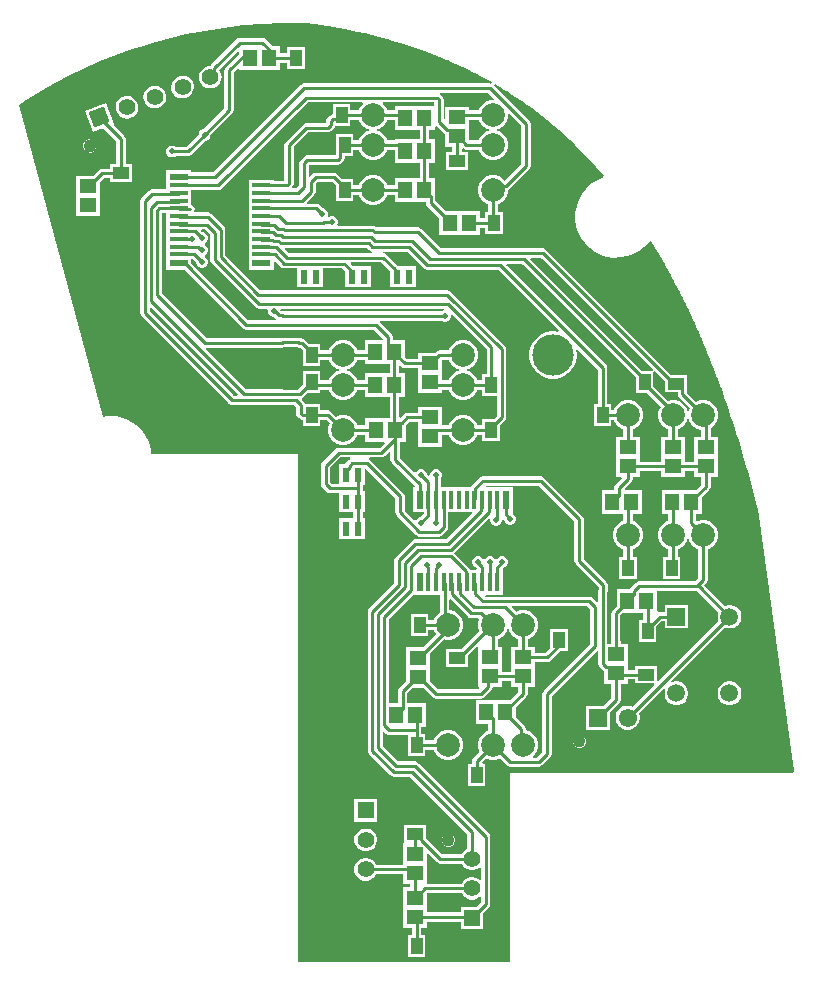
<source format=gbr>
%FSTAX23Y23*%
%MOMM*%
%SFA1B1*%

%IPPOS*%
%AMD23*
4,1,4,0.894080,-0.416560,0.416560,0.894080,-0.894080,0.416560,-0.416560,-0.894080,0.894080,-0.416560,0.0*
%
%ADD10R,0.599999X1.599997*%
%ADD11R,0.399999X1.599997*%
%ADD12R,0.634999X1.269997*%
%ADD13R,1.599997X0.599999*%
%ADD14R,1.599997X0.399999*%
%ADD15R,1.456197X1.304637*%
%ADD16R,0.999998X1.349997*%
%ADD17R,1.304637X1.456197*%
%ADD18R,1.349997X0.999998*%
%ADD19C,0.253999*%
%ADD20C,1.999996*%
%ADD21C,1.099998*%
%ADD22C,1.399997*%
G04~CAMADD=23~10~0.0~551.2~0.0~0.0~0.0~0.0~0~0.0~0.0~0.0~0.0~0~0.0~0.0~0.0~0.0~0~0.0~0.0~0.0~290.0~551.2~0.0*
%ADD23D23*%
%ADD24R,1.399997X1.399997*%
%ADD25C,3.499993*%
%ADD26R,1.499997X1.499997*%
%ADD27C,1.499997*%
%ADD28C,1.549997*%
%ADD29R,1.549997X1.549997*%
%ADD30C,0.499999*%
%LNthrottlerlidpcb_copper_signal_top-1*%
%LPD*%
G36*
X-34871Y53475D02*
D01*
X-34803Y53475*
X-34037Y53471*
X-3333Y53467*
X-33318Y53465*
X-33309Y53465*
X-33301Y53464*
X-33292Y53463*
X-33284Y53462*
X-33266Y5346*
X-33258Y53459*
X-33249Y53458*
X-3324Y53457*
X-33231Y53455*
X-33221Y53454*
X-33203Y53452*
X-33184Y5345*
X-33164Y53448*
X-33155Y53446*
X-33135Y53444*
X-33114Y53442*
X-33099Y5344*
X-33083Y53438*
X-33068Y53436*
X-33052Y53434*
X-33036Y53432*
X-33019Y5343*
X-33003Y53428*
X-32986Y53426*
X-32969Y53423*
X-32952Y53421*
X-32935Y53419*
X-32917Y53417*
X-329Y53414*
X-32882Y53412*
X-32864Y5341*
X-32846Y53407*
X-32827Y53405*
X-32802Y53402*
X-32777Y53398*
X-32752Y53395*
X-32726Y53391*
X-327Y53388*
X-32673Y53384*
X-32647Y5338*
X-3262Y53377*
X-32592Y53373*
X-32565Y53369*
X-3253Y53364*
X-32494Y53359*
X-32458Y53354*
X-32422Y53348*
X-32385Y53343*
X-32347Y53337*
X-32309Y53332*
X-32263Y53325*
X-32217Y53318*
X-32169Y53311*
X-32121Y53303*
X-32072Y53296*
X-32015Y53287*
X-31956Y53277*
X-31897Y53268*
X-31836Y53258*
X-31766Y53247*
X-31695Y53235*
X-31614Y53222*
X-31531Y53208*
X-31438Y53192*
X-31343Y53176*
X-31236Y53157*
X-31118Y53136*
X-30987Y53112*
X-30843Y53086*
X-30686Y53056*
X-30503Y53021*
X-30283Y52978*
X-3Y52921*
X-29589Y52835*
X-29277Y52768*
X-28654Y52626*
X-28033Y52475*
X-27414Y52316*
X-27106Y52232*
X-26666Y52111*
X-26292Y52003*
X-25956Y51904*
X-25645Y5181*
X-25347Y51717*
X-25062Y51626*
X-24789Y51538*
X-2453Y51451*
X-24285Y51368*
X-24038Y51283*
X-23806Y51201*
X-23573Y51117*
X-23354Y51037*
X-23135Y50955*
X-22916Y50871*
X-22711Y50792*
X-22506Y50712*
X-223Y5063*
X-22095Y50546*
X-21904Y50468*
X-21714Y50388*
X-21586Y50334*
X-21365Y50239*
X-21152Y50146*
X-20944Y50054*
X-20741Y49962*
X-20543Y49871*
X-2035Y49781*
X-20161Y49692*
X-19973Y49602*
X-1979Y49513*
X-1961Y49423*
X-19553Y49395*
X-19126Y49178*
X-18692Y48949*
X-18225Y48695*
X-17875Y48498*
X-1792Y48377*
X-18005Y48394*
X-33782*
X-3393Y48364*
X-34056Y4828*
X-41443Y40893*
X-43339*
Y41058*
X-45447*
Y3995*
Y39424*
X-46667*
X-46815Y39394*
X-46941Y3931*
X-47518Y38733*
X-47602Y38607*
X-47632Y38459*
Y28956*
X-47602Y28807*
X-47518Y28681*
X-40112Y21275*
X-39986Y21191*
X-39837Y21161*
X-34613*
X-34443Y20991*
Y20468*
X-34413Y2032*
X-34329Y20194*
X-3418Y20045*
X-34054Y19961*
X-33906Y19931*
X-33889*
Y1939*
X-32381*
Y19931*
X-3191*
X-31599Y19619*
X-31648Y19533*
X-31733Y19215*
Y18884*
X-31648Y18565*
X-31483Y1828*
X-31249Y18046*
X-30963Y17881*
X-30645Y17795*
X-30314*
X-29995Y17881*
X-2971Y18046*
X-29476Y1828*
X-29311Y18565*
X-29285Y18661*
X-28592*
Y18067*
X-26992*
X-26944Y1795*
X-27381Y17513*
X-30848*
X-30997Y17483*
X-31123Y17399*
X-32215Y16307*
X-32299Y16181*
X-32328Y16032*
Y14447*
X-32299Y14298*
X-32215Y14172*
X-31864Y13822*
X-31738Y13738*
X-3159Y13708*
X-30797*
Y12065*
X-29598*
Y11557*
X-30797*
Y09779*
X-28638*
Y11557*
X-28821*
Y12065*
X-28638*
Y13843*
X-28821*
Y14351*
X-28638*
Y15717*
X-28511Y1577*
X-26042Y13301*
Y12061*
X-26012Y11912*
X-25928Y11786*
X-24281Y10139*
X-24155Y10055*
X-24006Y10025*
X-22352*
X-22203Y10055*
X-22077Y10139*
X-2167Y10546*
X-21586Y10672*
X-21556Y1082*
Y12097*
X-19575*
X-19526Y1198*
X-21721Y09786*
X-24384*
X-24532Y09756*
X-24658Y09672*
X-26007Y08323*
X-26091Y08197*
X-26121Y08048*
Y0609*
X-28275Y03936*
X-28359Y0381*
X-28389Y03661*
Y-08097*
X-28359Y-08245*
X-28275Y-08371*
X-26466Y-1018*
X-2634Y-10264*
X-26192Y-10294*
X-24798*
X-19946Y-15146*
Y-16394*
X-20143Y-16508*
X-20321Y-16686*
X-20435Y-16883*
X-22075*
X-23447Y-15511*
Y-15496*
X-23454Y-15459*
Y-14369*
X-25312*
Y-15877*
X-25366Y-1598*
Y-17765*
X-2768*
X-27794Y-17567*
X-27972Y-1739*
X-28189Y-17264*
X-28432Y-17199*
X-28683*
X-28926Y-17264*
X-29143Y-1739*
X-29321Y-17567*
X-29446Y-17785*
X-29511Y-18028*
Y-18279*
X-29446Y-18521*
X-29321Y-18739*
X-29143Y-18917*
X-28926Y-19042*
X-28683Y-19107*
X-28432*
X-28189Y-19042*
X-27972Y-18917*
X-27794Y-18739*
X-2768Y-18542*
X-25366*
Y-19404*
X-24772*
Y-19667*
X-25366*
Y-2148*
Y-23091*
X-24634*
Y-23708*
X-24999*
Y-25566*
X-23491*
Y-23708*
X-23857*
Y-23091*
X-23401*
Y-22574*
X-20511*
Y-23225*
X-18603*
Y-21867*
X-18126Y-21389*
X-18042Y-21263*
X-18012Y-21114*
Y-15388*
X-18042Y-1524*
X-18126Y-15114*
X-24117Y-09123*
X-24243Y-09039*
X-24391Y-09009*
X-2582*
X-27104Y-07725*
Y-06561*
X-26987Y-06513*
X-26828Y-06671*
X-26702Y-06755*
X-26553Y-06785*
X-24999*
Y-08548*
X-23491*
Y-08008*
X-22784*
X-22758Y-08103*
X-22593Y-08389*
X-22359Y-08623*
X-22073Y-08788*
X-21755Y-08873*
X-21424*
X-21105Y-08788*
X-2082Y-08623*
X-20586Y-08389*
X-20421Y-08103*
X-20335Y-07785*
Y-07454*
X-20421Y-07135*
X-20586Y-0685*
X-2082Y-06616*
X-21105Y-06451*
X-21424Y-06365*
X-21755*
X-22073Y-06451*
X-22359Y-06616*
X-22593Y-0685*
X-22758Y-07135*
X-22784Y-07231*
X-23491*
Y-0669*
X-23857*
Y-06062*
X-23433*
Y-04097*
X-25037*
Y-03247*
X-24562Y-02771*
X-23697*
X-22892Y-03576*
X-22766Y-0366*
X-22617Y-0369*
X-18796*
X-18647Y-0366*
X-18521Y-03576*
X-17925Y-0298*
X-17841Y-02854*
X-17816Y-02728*
X-17051*
Y-0221*
X-16222*
Y-02728*
X-15628*
Y-03109*
X-16363Y-03843*
X-19238*
Y-05808*
X-18194*
Y-06432*
X-18263Y-06451*
X-18549Y-06616*
X-18783Y-0685*
X-18948Y-07135*
X-19033Y-07454*
Y-07785*
X-18948Y-08103*
X-18899Y-08189*
X-1944Y-08731*
X-19524Y-08857*
X-19554Y-09005*
Y-0923*
X-19919*
Y-11088*
X-18411*
Y-0923*
X-18662*
X-18714Y-09103*
X-18349Y-08739*
X-18263Y-08788*
X-17945Y-08873*
X-17614*
X-17295Y-08788*
X-1721Y-08739*
X-16597Y-09351*
X-16471Y-09435*
X-16322Y-09465*
X-13902*
X-13754Y-09435*
X-13628Y-09351*
X-12933Y-08656*
X-12849Y-0853*
X-12819Y-08382*
Y-03462*
X-0899Y00366*
X-08863Y00313*
Y-00766*
X-08833Y-00915*
X-08749Y-01041*
X-08473Y-01317*
X-08348Y-01401*
Y-02474*
X-07754*
Y-03652*
X-0839Y-04287*
X-09898*
Y-06345*
X-0784*
Y-04837*
X-07091Y-04087*
X-07007Y-03961*
X-06977Y-03812*
Y-02474*
X-06383*
Y-0205*
X-05754*
Y-02415*
X-04157*
X-04109Y-02533*
X-05948Y-04372*
X-05972Y-04358*
X-06234Y-04287*
X-06505*
X-06767Y-04358*
X-07001Y-04493*
X-07193Y-04685*
X-07328Y-04919*
X-07398Y-05181*
Y-05452*
X-07328Y-05714*
X-07193Y-05948*
X-07001Y-0614*
X-06767Y-06275*
X-06505Y-06345*
X-06234*
X-05972Y-06275*
X-05738Y-0614*
X-05546Y-05948*
X-05411Y-05714*
X-0534Y-05452*
Y-05181*
X-05408Y-0493*
X-03308Y-02831*
X-03194Y-02897*
X-03253Y-03117*
Y-03382*
X-03185Y-03637*
X-03053Y-03866*
X-02866Y-04053*
X-02637Y-04185*
X-02382Y-04253*
X-02117*
X-01862Y-04185*
X-01633Y-04053*
X-01446Y-03866*
X-01314Y-03637*
X-01245Y-03382*
Y-03117*
X-01314Y-02862*
X-01446Y-02633*
X-01633Y-02446*
X-01862Y-02314*
X-02117Y-02245*
X-02382*
X-02602Y-02305*
X-02668Y-02191*
X01846Y02323*
X01862Y02314*
X02117Y02245*
X02382*
X02637Y02314*
X02866Y02446*
X03053Y02633*
X03185Y02862*
X03253Y03117*
Y03382*
X03185Y03637*
X03053Y03866*
X02866Y04053*
X02637Y04185*
X02382Y04253*
X02117*
X01863Y04185*
X00124Y05924*
X00274Y06075*
X00358Y06201*
X00388Y0635*
Y08965*
X00483Y08991*
X00769Y09156*
X01003Y0939*
X01168Y09675*
X01253Y09994*
Y10325*
X01168Y10643*
X01003Y10929*
X00769Y11163*
X00483Y11328*
X00165Y11413*
X-00165*
X-00456Y11335*
X-00538Y11376*
X-00583Y11417*
Y11971*
X-00065*
Y13386*
X00528Y13981*
X00612Y14107*
X00642Y14255*
Y15051*
X01236*
Y16663*
Y18476*
X00642*
Y19242*
X00769Y19316*
X01003Y1955*
X01168Y19835*
X01253Y20154*
Y20485*
X01168Y20803*
X01003Y21089*
X00769Y21323*
X00483Y21488*
X00165Y21573*
X-00165*
X-00483Y21488*
X-00569Y21439*
X-01349Y22218*
Y22602*
X-01356Y2264*
Y23729*
X-02665*
X-13246Y3431*
X-13372Y34394*
X-1352Y34424*
X-22191*
X-23855Y36088*
X-23981Y36172*
X-2413Y36202*
X-27655*
X-27673Y36219*
X-27799Y36303*
X-27947Y36333*
X-30875*
X-3096Y3646*
X-30926Y3654*
Y36741*
X-31003Y36926*
X-31145Y37068*
X-3133Y37145*
X-31531*
X-3168Y37083*
X-31782Y37167*
X-31782Y37167*
X-31753Y37237*
Y37438*
X-3183Y37623*
X-31972Y37765*
X-32157Y37841*
X-32212*
X-3245Y38079*
X-32576Y38163*
X-32724Y38193*
X-33481*
X-33529Y3831*
X-32889Y38951*
X-32804Y39077*
X-32775Y39226*
Y399*
X-32638Y40037*
X-31383*
X-31095Y39749*
Y3844*
X-29587*
Y38981*
X-29134*
X-29108Y38885*
X-28943Y386*
X-28709Y38366*
X-28423Y38201*
X-28105Y38115*
X-27774*
X-27455Y38201*
X-2717Y38366*
X-26936Y386*
X-26771Y38885*
X-26745Y38981*
X-26096*
Y38387*
X-23441*
Y38281*
X-23411Y38132*
X-23327Y38006*
X-22329Y37008*
Y35593*
X-18905*
Y36187*
X-18417*
Y35646*
X-16909*
Y37504*
X-17391*
Y38175*
X-17295Y38201*
X-1701Y38366*
X-16776Y386*
X-16611Y38885*
X-16525Y39204*
Y39351*
X-16409Y39429*
X-14711Y41127*
X-14627Y41253*
X-14597Y41402*
Y44986*
X-14627Y45135*
X-14711Y45261*
X-17705Y48255*
X-17627Y48357*
X-17625Y48355*
X-17473Y48267*
X-17322Y48178*
X-17172Y48088*
X-17001Y47985*
X-16809Y47868*
X-16619Y47749*
X-16429Y4763*
X-16334Y47569*
X-16126Y47436*
X-15714Y47164*
X-15305Y46886*
X-14901Y46602*
X-14701Y46457*
X-1448Y46298*
X-14044Y45971*
X-13614Y45638*
X-13188Y45298*
X-12978Y45124*
X-12899Y45058*
X-1274Y44925*
X-12581Y44791*
X-12439Y4467*
X-12345Y44589*
X-12252Y44507*
X-12163Y4443*
X-12042Y44323*
X-11922Y44216*
X-11862Y44162*
X-11469Y43803*
X-11123Y43477*
X-1082Y43185*
X-10542Y42911*
X-10285Y42653*
X-10051Y42413*
X-09829Y4218*
X-09618Y41957*
X-09418Y41741*
X-0923Y41535*
X-09051Y41337*
X-08884Y41149*
X-08718Y40959*
X-08561Y40779*
X-08535Y40749*
X-08403Y40595*
X-08429Y40451*
X-08578Y404*
X-09078Y40158*
X-09533Y39841*
X-09932Y39455*
X-10265Y39011*
X-10524Y3852*
X-10702Y37994*
X-10795Y37447*
X-108Y36892*
X-10717Y36343*
X-10548Y35814*
X-10298Y35318*
X-09972Y34869*
X-0958Y34476*
X-0913Y3415*
X-08635Y339*
X-08106Y33731*
X-07557Y33647*
X-07002Y33652*
X-06455Y33744*
X-05929Y33922*
X-05438Y3418*
X-04993Y34513*
X-04608Y34912*
X-04522Y35025*
X-04368Y35018*
X-04298Y34905*
X-04162Y34684*
X-04028Y34462*
X-03895Y34239*
X-03762Y34016*
X-03631Y33791*
X-035Y33566*
X-03371Y33341*
X-03237Y33106*
X-03105Y3287*
X-02974Y32633*
X-02843Y32396*
X-02714Y32158*
X-02586Y3192*
X-02459Y3168*
X-02333Y31441*
X-02207Y312*
X-02079Y3095*
X-01951Y30699*
X-01825Y30448*
X-01699Y30196*
X-01575Y29944*
X-01452Y29691*
X-01329Y29437*
X-01204Y29174*
X-0108Y2891*
X-00957Y28646*
X-00835Y28382*
X-00714Y28116*
X-00594Y27851*
X-00471Y27576*
X-0035Y273*
X-00229Y27024*
X-0011Y26747*
X00011Y26461*
X00116Y26212*
X00238Y25918*
X00354Y25638*
X00469Y25356*
X00583Y25074*
X00695Y24791*
X00807Y24508*
X00918Y24224*
X01028Y23939*
X01137Y23654*
X01244Y23368*
X01351Y23081*
X01462Y22781*
X01572Y22479*
X01681Y22178*
X01789Y21875*
X01896Y21572*
X02001Y21268*
X02106Y20964*
X0221Y2066*
X02313Y20355*
X02414Y20049*
X02515Y19743*
X02615Y19436*
X02713Y19129*
X02811Y18822*
X02912Y185*
X03012Y18178*
X03111Y17855*
X03209Y17532*
X03306Y17209*
X03402Y16885*
X03497Y16561*
X03591Y16236*
X03683Y15911*
X03775Y15586*
X0387Y15247*
X03964Y14907*
X04056Y14567*
X04147Y14226*
X04238Y13886*
X04327Y13545*
X04415Y13204*
X04503Y12863*
X04589Y12521*
X04639Y12322*
X07701Y-09864*
X07618Y-09959*
X-163*
Y-25959*
X-343*
Y17039*
X-46701*
X-4673Y1728*
X-46838Y17752*
X-47009Y18204*
X-47242Y18629*
X-47531Y19017*
X-4787Y19362*
X-48254Y19657*
X-48675Y19896*
X-49125Y20074*
X-49596Y20189*
X-50077Y20238*
X-50561Y2022*
X-50801Y20185*
X-57875Y46586*
X-57284Y46978*
X-56078Y47721*
X-54846Y48423*
X-53591Y49082*
X-52315Y49697*
X-51017Y50268*
X-49701Y50794*
X-48368Y51274*
X-47693Y51491*
X-46918Y51741*
X-45349Y52179*
X-43764Y52554*
X-42166Y52866*
X-40556Y53115*
X-38938Y53301*
X-37313Y53422*
X-35685Y53479*
X-34871Y53475*
G37*
G36*
X-17649Y471D02*
X-17702Y46973D01*
X-17945*
X-18263Y46888*
X-18549Y46723*
X-18783Y46489*
X-18948Y46203*
X-18974Y46108*
X-19845*
Y46416*
X-2181*
Y45412*
X-21937Y45344*
X-21963Y45361*
Y47028*
X-21993Y47176*
X-22077Y47302*
X-22226Y47451*
X-22284Y4749*
X-22245Y47617*
X-18166*
X-17649Y471*
G37*
G36*
X-2274Y46448D02*
X-26096D01*
Y46108*
X-26745*
X-26771Y46203*
X-26936Y46489*
X-27108Y46661*
X-27055Y46788*
X-2274*
Y46448*
G37*
G36*
X-28771Y46661D02*
X-28943Y46489D01*
X-29108Y46203*
X-29134Y46108*
X-29841*
Y46648*
X-31349*
Y45763*
X-31476Y45738*
X-31602Y45654*
X-31789Y45467*
X-31873Y45341*
X-31903Y45192*
Y45048*
X-31938Y45012*
X-33607*
X-33756Y44983*
X-33882Y44899*
X-35326Y43454*
X-3541Y43328*
X-3544Y4318*
Y40143*
X-36339*
Y40208*
X-38447*
Y393*
Y3865*
Y38*
Y3735*
Y367*
Y3605*
Y354*
Y3475*
Y341*
Y3345*
Y326*
X-36339*
Y33288*
X-36212Y33341*
X-3573Y32858*
X-35604Y32774*
X-35455Y32744*
X-34353*
Y31115*
X-32194*
Y32744*
X-30532*
X-30296Y32508*
Y32194*
X-30289Y32156*
Y31115*
X-2813*
Y32893*
X-29599*
X-29633Y32944*
X-29824Y33135*
X-29776Y33252*
X-2723*
X-26486Y32508*
Y32194*
X-26479Y32156*
Y31115*
X-2432*
Y32893*
X-25789*
X-25823Y32944*
X-26795Y33916*
X-26921Y34*
X-2707Y34029*
X-27066Y34155*
X-25052*
X-23642Y32745*
X-23516Y32661*
X-23368Y32631*
X-17359*
X-12201Y27473*
X-12264Y27356*
X-12502Y27403*
X-12897*
X-13284Y27326*
X-13649Y27175*
X-13977Y26956*
X-14256Y26677*
X-14475Y26349*
X-14626Y25984*
X-14703Y25597*
Y25202*
X-14626Y24815*
X-14475Y2445*
X-14256Y24122*
X-13977Y23843*
X-13649Y23624*
X-13284Y23473*
X-12897Y23395*
X-12502*
X-12115Y23473*
X-1175Y23624*
X-11422Y23843*
X-11143Y24122*
X-10924Y2445*
X-10773Y24815*
X-10695Y25202*
Y25597*
X-10743Y25835*
X-10626Y25898*
X-08886Y24158*
Y21248*
X-09251*
Y1939*
X-07743*
Y19931*
X-07544*
X-07518Y19835*
X-07353Y1955*
X-07119Y19316*
X-06833Y19151*
X-06738Y19125*
Y18476*
X-07332*
Y16663*
Y15051*
X-06915*
X-06862Y14924*
X-07413Y14374*
X-07497Y14248*
X-07526Y14099*
Y13936*
X-0857*
Y11971*
X-06738*
Y11354*
X-06833Y11328*
X-07119Y11163*
X-07353Y10929*
X-07518Y10643*
X-07603Y10325*
Y09994*
X-07518Y09675*
X-07353Y0939*
X-07119Y09156*
X-06833Y08991*
X-06738Y08965*
Y08294*
X-07103*
Y06436*
X-05595*
Y08294*
X-05961*
Y08965*
X-05865Y08991*
X-0558Y09156*
X-05346Y0939*
X-05181Y09675*
X-05095Y09994*
Y10325*
X-05181Y10643*
X-05346Y10929*
X-0558Y11163*
X-05865Y11328*
X-05961Y11354*
Y11971*
X-05145*
Y13936*
X-06573*
X-06625Y14063*
X-06075Y14613*
X-05991Y14739*
X-05961Y14888*
Y15051*
X-05367*
Y15569*
X-03522*
Y15051*
X-01557*
Y15569*
X-00728*
Y15051*
X-00134*
Y14416*
X-00615Y13936*
X-0349*
Y11971*
X-02928*
Y11354*
X-03023Y11328*
X-03309Y11163*
X-03543Y10929*
X-03708Y10643*
X-03793Y10325*
Y09994*
X-03708Y09675*
X-03543Y0939*
X-03309Y09156*
X-03023Y08991*
X-02928Y08965*
Y08294*
X-03409*
Y06436*
X-01901*
Y08294*
X-02151*
Y08965*
X-02055Y08991*
X-0177Y09156*
X-01536Y0939*
X-01371Y09675*
X-01335Y09809*
X-01204*
X-01168Y09675*
X-01003Y0939*
X-00769Y09156*
X-00483Y08991*
X-00388Y08965*
Y0651*
X-00668Y0623*
X-05431*
X-0558Y062*
X-05706Y06116*
X-06143Y05679*
X-06227Y05554*
X-073*
Y04139*
X-07643Y03795*
X-07727Y03669*
X-07757Y0352*
Y01199*
X-07754Y01184*
Y0095*
X-08086*
Y05291*
X-08081Y05299*
X-08051Y05448*
Y05942*
X-08081Y0609*
X-08165Y06216*
X-10104Y08156*
Y11508*
X-10134Y11657*
X-10218Y11783*
X-13441Y15006*
X-13567Y1509*
X-13716Y1512*
X-18653*
X-18802Y1509*
X-18928Y15006*
X-1955Y14384*
X-19634Y14258*
X-19645Y14205*
X-22212*
Y14921*
X-22178Y14954*
X-22101Y15139*
Y1534*
X-22178Y15525*
X-2232Y15667*
X-22505Y15743*
X-22706*
X-22891Y15667*
X-23033Y15525*
X-23109Y1534*
Y15202*
X-23236Y1515*
X-23371Y15285*
Y1534*
X-23448Y15525*
X-2359Y15667*
X-23775Y15743*
X-23976*
X-24161Y15667*
X-24303Y15525*
X-24318Y15488*
X-24443Y15464*
X-25685Y16706*
Y18067*
X-25168*
Y19406*
X-24853Y19721*
X-24096*
Y19203*
Y17591*
X-22131*
Y18661*
X-21514*
X-21488Y18565*
X-21323Y1828*
X-21089Y18046*
X-20803Y17881*
X-20485Y17795*
X-20154*
X-19835Y17881*
X-1955Y18046*
X-19316Y1828*
X-19151Y18565*
X-19125Y18661*
X-18671*
Y1812*
X-17163*
Y19429*
X-16762Y19831*
X-16678Y19957*
X-16648Y20105*
Y25883*
X-16678Y26032*
X-16762Y26158*
X-21358Y30754*
X-21484Y30838*
X-21633Y30868*
X-37474*
X-40452Y33846*
Y36015*
X-40482Y36163*
X-40566Y36289*
X-41637Y3736*
X-41763Y37444*
X-41911Y37474*
X-43017*
X-43064Y37562*
X-43074Y37601*
X-43047Y37735*
X-43077Y37884*
X-43161Y3801*
X-43287Y38094*
X-43339Y38105*
Y39366*
X-41016*
X-40868Y39396*
X-40742Y3948*
X-33434Y46788*
X-28824*
X-28771Y46661*
G37*
G36*
X-18948Y45235D02*
X-18783Y4495D01*
X-18549Y44716*
X-18263Y44551*
X-1813Y44515*
Y44384*
X-18263Y44348*
X-18549Y44183*
X-18783Y43949*
X-18948Y43663*
X-18974Y43568*
X-19845*
Y44603*
Y45331*
X-18974*
X-18948Y45235*
G37*
G36*
X-26096Y44483D02*
X-23966D01*
Y43654*
X-26096*
Y43568*
X-26745*
X-26771Y43663*
X-26936Y43949*
X-2717Y44183*
X-27455Y44348*
X-27589Y44384*
Y44515*
X-27455Y44551*
X-2717Y44716*
X-26936Y4495*
X-26771Y45235*
X-26745Y45331*
X-26096*
Y44483*
G37*
G36*
X-29108Y45235D02*
X-28943Y4495D01*
X-28709Y44716*
X-28423Y44551*
X-2829Y44515*
Y44384*
X-28423Y44348*
X-28709Y44183*
X-28943Y43949*
X-29108Y43663*
X-29134Y43568*
X-29587*
Y44108*
X-31095*
Y42844*
X-31103Y42806*
Y42298*
X-33528*
X-33676Y42268*
X-33802Y42184*
X-34056Y4193*
X-3414Y41804*
X-3417Y41656*
Y39773*
X-3445Y39493*
X-34746*
X-34795Y3961*
X-34777Y39629*
X-34693Y39755*
X-34663Y39903*
Y43019*
X-33446Y44235*
X-31777*
X-31629Y44265*
X-31503Y44349*
X-3124Y44612*
X-31156Y44738*
X-31145Y4479*
X-29841*
Y45331*
X-29134*
X-29108Y45235*
G37*
G36*
X-15374Y44825D02*
Y41562D01*
X-16786Y4015*
X-1701Y40373*
X-17295Y40538*
X-17614Y40623*
X-17945*
X-18263Y40538*
X-18549Y40373*
X-18783Y40139*
X-18948Y39853*
X-19033Y39535*
Y39204*
X-18948Y38885*
X-18783Y386*
X-18549Y38366*
X-18263Y38201*
X-18168Y38175*
Y37504*
X-18417*
Y36964*
X-18905*
Y37558*
X-2178*
X-22664Y38442*
Y38844*
X-22671Y38882*
Y40352*
X-23189*
Y41689*
X-22671*
Y43654*
X-23189*
Y44483*
X-22671*
Y44705*
X-22544Y44758*
X-21935Y44148*
X-2181Y44064*
Y42991*
X-21216*
Y42547*
X-21756*
Y41039*
X-19898*
Y42547*
X-20439*
Y42856*
X-20312Y42909*
X-20308Y42905*
X-20182Y42821*
X-20033Y42791*
X-18974*
X-18948Y42695*
X-18783Y4241*
X-18549Y42176*
X-18263Y42011*
X-17945Y41925*
X-17614*
X-17295Y42011*
X-1701Y42176*
X-16776Y4241*
X-16611Y42695*
X-16525Y43014*
Y43345*
X-16611Y43663*
X-16776Y43949*
X-1701Y44183*
X-17295Y44348*
X-17429Y44384*
Y44515*
X-17295Y44551*
X-1701Y44716*
X-16776Y4495*
X-16611Y45235*
X-16525Y45554*
Y45797*
X-16398Y4585*
X-15374Y44825*
G37*
G36*
X-26096Y41689D02*
X-23966D01*
Y40352*
X-26096*
Y39758*
X-26745*
X-26771Y39853*
X-26936Y40139*
X-2717Y40373*
X-27455Y40538*
X-27774Y40623*
X-28105*
X-28423Y40538*
X-28709Y40373*
X-28943Y40139*
X-29108Y39853*
X-29134Y39758*
X-29587*
Y40298*
X-30546*
X-30948Y407*
X-31074Y40784*
X-31222Y40814*
X-32799*
X-32948Y40784*
X-33074Y407*
X-33276Y40498*
X-33393Y40547*
Y41495*
X-33367Y41521*
X-30863*
X-30715Y41551*
X-30589Y41635*
X-3044Y41784*
X-30356Y4191*
X-30326Y42058*
Y4225*
X-29587*
Y42791*
X-29134*
X-29108Y42695*
X-28943Y4241*
X-28709Y42176*
X-28423Y42011*
X-28105Y41925*
X-27774*
X-27455Y42011*
X-2717Y42176*
X-26936Y4241*
X-26771Y42695*
X-26745Y42791*
X-26096*
Y41689*
G37*
G36*
X-28258Y34269D02*
X-28132Y34185D01*
X-27983Y34155*
X-27986Y34029*
X-35084*
X-35413Y34359*
X-35365Y34476*
X-28465*
X-28258Y34269*
G37*
G36*
X-41737Y356D02*
Y33475D01*
X-41707Y33326*
X-41623Y332*
X-37866Y29443*
X-3774Y29359*
X-37592Y29329*
X-36881*
X-3681Y29223*
X-36825Y29187*
Y28986*
X-36749Y28801*
X-36607Y28659*
X-36422Y28582*
X-363*
X-36182Y28464*
X-36168Y28455*
X-36207Y28328*
X-38518*
X-43339Y3315*
Y33516*
X-43209*
X-42921Y33228*
Y33173*
X-42845Y32988*
X-42703Y32846*
X-42518Y32769*
X-42317*
X-42132Y32846*
X-4199Y32988*
X-41913Y33173*
Y33374*
X-4199Y33559*
X-42132Y33701*
X-42161Y33713*
Y3385*
X-42132Y33862*
X-4199Y34004*
X-41913Y34189*
Y3439*
X-4199Y34575*
X-42132Y34717*
X-42161Y34729*
Y34866*
X-42132Y34878*
X-4199Y3502*
X-41913Y35205*
Y35406*
X-4199Y35591*
X-42132Y35733*
X-42317Y35809*
X-42372*
X-42492Y3593*
X-42444Y36047*
X-42184*
X-41737Y356*
G37*
G36*
X-21944Y29205D02*
X-22129Y29129D01*
X-22168Y2909*
X-35436*
X-35448Y29098*
X-35597Y29127*
X-35727*
X-3582Y29224*
X-35819Y29244*
X-35762Y29329*
X-21952*
X-21944Y29205*
G37*
G36*
X-18306Y25885D02*
Y23788D01*
X-18671*
Y23248*
X-19125*
X-19151Y23343*
X-19316Y23629*
X-1955Y23863*
X-19835Y24028*
X-19969Y24064*
Y24195*
X-19835Y24231*
X-1955Y24396*
X-19316Y2463*
X-19151Y24915*
X-19065Y25234*
Y25565*
X-19151Y25883*
X-19316Y26169*
X-1955Y26403*
X-19835Y26568*
X-20154Y26653*
X-20485*
X-20803Y26568*
X-21089Y26403*
X-21323Y26169*
X-21488Y25883*
X-21514Y25788*
X-22319*
X-22468Y25758*
X-22594Y25674*
X-22681Y25588*
X-24096*
Y2507*
X-2506*
X-25211Y25221*
Y26636*
X-26255*
Y26897*
X-26284Y27046*
X-26368Y27172*
X-27383Y28186*
X-27348Y28297*
X-27336Y28313*
X-22168*
X-22129Y28274*
X-21944Y28197*
X-21743*
X-21558Y28274*
X-21416Y28416*
X-21339Y28601*
Y28739*
X-21212Y28791*
X-18306Y25885*
G37*
G36*
X-45447Y367D02*
Y3605D01*
Y354*
Y3475*
Y341*
Y3345*
Y326*
X-43889*
X-38953Y27665*
X-38827Y27581*
X-38678Y27551*
X-27846*
X-27058Y26763*
X-27095Y26636*
X-28636*
Y25788*
X-29285*
X-29311Y25883*
X-29476Y26169*
X-2971Y26403*
X-29995Y26568*
X-30314Y26653*
X-30645*
X-30963Y26568*
X-31249Y26403*
X-31483Y26169*
X-31648Y25883*
X-31674Y25788*
X-32381*
Y26328*
X-3334*
X-33702Y2669*
X-33828Y26774*
X-33976Y26804*
X-34113*
X-34129Y26814*
X-34278Y26844*
X-35593*
X-35742Y26814*
X-35758Y26804*
X-42003*
X-45839Y3064*
Y37416*
X-45447*
Y367*
G37*
G36*
X-04204Y24169D02*
X-04256Y24042D01*
X-05146*
X-14633Y3353*
X-14585Y33647*
X-13681*
X-04204Y24169*
G37*
G36*
X-21488Y24915D02*
X-21323Y2463D01*
X-21089Y24396*
X-20803Y24231*
X-2067Y24195*
Y24064*
X-20803Y24028*
X-21089Y23863*
X-21323Y23629*
X-21488Y23343*
X-21514Y23248*
X-22131*
Y23775*
Y25011*
X-21514*
X-21488Y24915*
G37*
G36*
X-28636Y24671D02*
X-26506D01*
Y23842*
X-28636*
Y23248*
X-29285*
X-29311Y23343*
X-29476Y23629*
X-2971Y23863*
X-29995Y24028*
X-30129Y24064*
Y24195*
X-29995Y24231*
X-2971Y24396*
X-29476Y2463*
X-29311Y24915*
X-29285Y25011*
X-28636*
Y24671*
G37*
G36*
X-34386Y26057D02*
X-34238Y26027D01*
X-34137*
X-33889Y25779*
Y2447*
X-32381*
Y25011*
X-31674*
X-31648Y24915*
X-31483Y2463*
X-31249Y24396*
X-30963Y24231*
X-3083Y24195*
Y24064*
X-30963Y24028*
X-31249Y23863*
X-31483Y23629*
X-31648Y23343*
X-31674Y23248*
X-32381*
Y24042*
X-33889*
Y22909*
X-34331Y22467*
X-34386Y22456*
X-34402Y22446*
X-35469*
X-35485Y22456*
X-35633Y22486*
X-38701*
X-42115Y259*
X-42062Y26027*
X-35633*
X-35485Y26057*
X-35469Y26067*
X-34402*
X-34386Y26057*
G37*
G36*
X-39369Y22055D02*
X-39417Y21938D01*
X-39677*
X-46855Y29116*
Y29376*
X-46738Y29424*
X-39369Y22055*
G37*
G36*
X-28636Y21877D02*
X-26506D01*
Y20032*
X-28592*
Y19438*
X-29285*
X-29311Y19533*
X-29476Y19819*
X-2971Y20053*
X-29995Y20218*
X-30314Y20303*
X-30645*
X-30963Y20218*
X-31049Y20169*
X-31475Y20594*
X-31601Y20678*
X-3175Y20708*
X-32381*
Y21248*
X-33685*
X-33696Y21301*
X-3378Y21427*
X-33977Y21624*
X-33948Y21775*
X-33877Y21823*
X-33515Y22184*
X-32381*
Y22471*
X-31674*
X-31648Y22375*
X-31483Y2209*
X-31249Y21856*
X-30963Y21691*
X-30645Y21605*
X-30314*
X-29995Y21691*
X-2971Y21856*
X-29476Y2209*
X-29311Y22375*
X-29285Y22471*
X-28636*
Y21877*
G37*
G36*
X-03214Y2318D02*
Y22221D01*
X-02126*
Y22057*
X-02096Y21909*
X-02012Y21783*
X-01119Y20889*
X-01168Y20803*
X-01204Y2067*
X-01335*
X-01371Y20803*
X-01536Y21089*
X-0177Y21323*
X-02055Y21488*
X-02374Y21573*
X-02705*
X-02959Y21505*
X-04187Y22734*
Y23974*
X-0406Y24026*
X-03214Y2318*
G37*
G36*
X-25496Y24407D02*
X-2537Y24322D01*
X-25221Y24293*
X-24096*
Y23775*
Y22163*
X-22131*
Y22471*
X-21514*
X-21488Y22375*
X-21323Y2209*
X-21089Y21856*
X-20803Y21691*
X-20485Y21605*
X-20154*
X-19835Y21691*
X-1955Y21856*
X-19316Y2209*
X-19151Y22375*
X-19125Y22471*
X-18671*
Y2193*
X-17425*
Y20266*
X-17713Y19978*
X-18671*
Y19438*
X-19125*
X-19151Y19533*
X-19316Y19819*
X-1955Y20053*
X-19835Y20218*
X-20154Y20303*
X-20485*
X-20803Y20218*
X-21089Y20053*
X-21323Y19819*
X-21488Y19533*
X-21514Y19438*
X-22131*
Y21016*
X-24096*
Y20498*
X-25014*
X-25163Y20468*
X-25289Y20384*
X-25602Y20071*
X-25729Y20123*
Y21877*
X-25211*
Y23842*
X-25729*
Y24474*
X-25612Y24523*
X-25496Y24407*
G37*
G36*
X-01168Y19835D02*
X-01003Y1955D01*
X-00769Y19316*
X-00483Y19151*
X-00165Y19065*
X-00134*
Y18476*
X-00728*
Y16663*
Y16346*
X-01557*
Y16663*
Y18476*
X-02151*
Y19125*
X-02055Y19151*
X-0177Y19316*
X-01536Y1955*
X-01371Y19835*
X-01335Y19969*
X-01204*
X-01168Y19835*
G37*
G36*
X-05695Y23493D02*
Y22184D01*
X-04737*
X-03579Y21027*
X-03708Y20803*
X-03793Y20485*
Y20154*
X-03708Y19835*
X-03543Y1955*
X-03309Y19316*
X-03023Y19151*
X-02928Y19125*
Y18476*
X-03522*
Y16663*
Y16346*
X-05367*
Y16663*
Y18476*
X-05961*
Y19125*
X-05865Y19151*
X-0558Y19316*
X-05346Y1955*
X-05181Y19835*
X-05095Y20154*
Y20485*
X-05181Y20803*
X-05346Y21089*
X-0558Y21323*
X-05865Y21488*
X-06184Y21573*
X-06515*
X-06833Y21488*
X-07119Y21323*
X-07353Y21089*
X-07518Y20803*
X-07544Y20708*
X-07743*
Y21248*
X-08109*
Y24319*
X-08139Y24467*
X-08223Y24593*
X-16651Y33022*
X-16603Y33139*
X-15341*
X-05695Y23493*
G37*
G36*
X-2984Y16618D02*
X-29842Y16609D01*
X-29959Y1653*
X-30183Y16307*
X-30267Y16181*
X-30277Y16129*
X-30797*
Y14485*
X-31429*
X-31552Y14608*
Y15871*
X-30687Y16736*
X-29912*
X-2984Y16618*
G37*
G36*
X-26462Y17167D02*
Y16546D01*
X-26433Y16397*
X-26349Y16271*
X-2441Y14332*
X-24449Y14205*
X-24548*
Y12097*
X-23633*
Y11967*
X-23921Y11679*
X-23976*
X-24161Y11603*
X-24303Y11461*
X-24318Y11424*
X-24443Y114*
X-25265Y12222*
Y13462*
X-25295Y1361*
X-25379Y13736*
X-28173Y1653*
X-28291Y16609*
X-28292Y16618*
X-28221Y16736*
X-2722*
X-27071Y16766*
X-26945Y1685*
X-2658Y17215*
X-26462Y17167*
G37*
G36*
X-10881Y11348D02*
Y07995D01*
X-10851Y07846*
X-10767Y0772*
X-08828Y05781*
Y0557*
X-08833Y05562*
X-08863Y05413*
Y04512*
X-0899Y04459*
X-09347Y04816*
X-09473Y04901*
X-09622Y0493*
X-18397*
X-18427Y0497*
X-18363Y05097*
X-1694*
Y07205*
X-16943Y07332*
X-16897Y07378*
X-16732Y07446*
X-1659Y07588*
X-16513Y07773*
Y07974*
X-1659Y08159*
X-16732Y08301*
X-16917Y08377*
X-17118*
X-17303Y08301*
X-17445Y08159*
X-17457Y0813*
X-17594*
X-17606Y08159*
X-17748Y08301*
X-17933Y08377*
X-18134*
X-18319Y08301*
X-18461Y08159*
X-18473Y0813*
X-1861*
X-18622Y08159*
X-18764Y08301*
X-18949Y08377*
X-1915*
X-19335Y08301*
X-19477Y08159*
X-19553Y07974*
Y07773*
X-19477Y07588*
X-19335Y07446*
X-1917Y07378*
X-19124Y07332*
X-19177Y07205*
X-19694*
X-19705Y07258*
X-19789Y07384*
X-21047Y08642*
X-18154Y11535*
X-18029Y1148*
Y11329*
X-17953Y11144*
X-17811Y11002*
X-17626Y10925*
X-17425*
X-1724Y11002*
X-17098Y11144*
X-17021Y11329*
Y11445*
X-16894Y11504*
X-16847Y11463*
Y11416*
X-1677Y11231*
X-16628Y11089*
X-16443Y11013*
X-16242*
X-16057Y11089*
X-15915Y11231*
X-15839Y11416*
Y11617*
X-15915Y11802*
X-16057Y11944*
X-16122Y1197*
X-16096Y12097*
X-1609*
Y14205*
X-18323*
X-18391Y14332*
X-18383Y14343*
X-13876*
X-10881Y11348*
G37*
G36*
X-22264Y03598D02*
X-22359Y03543D01*
X-22593Y03309*
X-22758Y03023*
X-22784Y02928*
X-23237*
Y03468*
X-24745*
Y0161*
X-23237*
Y02151*
X-22784*
X-22758Y02055*
X-22593Y0177*
X-22586Y01763*
X-23697Y00652*
X-25112*
Y-0116*
Y-02222*
X-25701Y-02811*
X-25785Y-02937*
X-25814Y-03086*
Y-04097*
X-26596*
Y03079*
X-24645Y05031*
X-24548Y05097*
X-24548*
X-22264*
Y03598*
G37*
G36*
X01314Y03636D02*
X01245Y03382D01*
Y03117*
X01308Y02884*
X-03779Y-02203*
X-03896Y-02155*
Y-00907*
X-05754*
Y-01273*
X-06383*
Y-00862*
Y0095*
X-06977*
Y01196*
X-0698Y01211*
Y0336*
X-0675Y03589*
X-05076*
Y0296*
X-05441*
Y01102*
X-03933*
Y02411*
X-03484Y02861*
X-03253*
Y02245*
X-01245*
Y04253*
X-03253*
Y03638*
X-03644*
X-03748Y03617*
X-03855Y03682*
X-03875Y03706*
Y05453*
X-00502*
X01314Y03636*
G37*
G36*
X-19901Y03251D02*
X-19775Y03167D01*
X-19626Y03137*
X-19029*
X-18959Y03039*
X-18952Y0301*
X-19033Y02705*
Y02374*
X-18948Y02055*
X-18936Y02034*
X-20448Y00521*
X-21756*
Y-00985*
X-19898*
Y-00027*
X-1912Y00751*
X-19016Y00675*
Y-01116*
Y-02728*
X-19*
X-1894Y-02855*
X-18986Y-02913*
X-22456*
X-23147Y-02222*
Y-0116*
Y00102*
X-2192Y0133*
X-21755Y01285*
X-21424*
X-21105Y01371*
X-2082Y01536*
X-20586Y0177*
X-20421Y02055*
X-20335Y02374*
Y02705*
X-20421Y03023*
X-20586Y03309*
X-2082Y03543*
X-21105Y03708*
X-21424Y03793*
X-21487*
Y04671*
X-2137Y0472*
X-19901Y03251*
G37*
G36*
X-16408Y02055D02*
X-16243Y0177D01*
X-16009Y01536*
X-15723Y01371*
X-15628Y01345*
Y00696*
X-16222*
Y-01116*
Y-01433*
X-17051*
Y-01116*
Y00696*
X-17391*
Y01345*
X-17295Y01371*
X-1701Y01536*
X-16776Y0177*
X-16611Y02055*
X-16575Y02189*
X-16444*
X-16408Y02055*
G37*
G36*
X-09532Y03903D02*
Y00922D01*
X-13482Y-03027*
X-13566Y-03153*
X-13596Y-03302*
Y-08221*
X-14063Y-08688*
X-14355*
X-14408Y-08561*
X-14236Y-08389*
X-14071Y-08103*
X-13985Y-07785*
Y-07454*
X-14071Y-07135*
X-14236Y-0685*
X-1447Y-06616*
X-14755Y-06451*
X-14994Y-06387*
Y-06238*
X-15024Y-0609*
X-15108Y-05964*
X-15813Y-05258*
Y-04393*
X-14965Y-03544*
X-14881Y-03418*
X-14851Y-03269*
Y-02728*
X-14257*
Y-01116*
Y-00598*
X-13164*
X-13015Y-00569*
X-12889Y-00484*
X-12063Y0034*
X-11437*
Y02198*
X-12945*
Y00557*
X-13325Y00178*
X-14257*
Y00696*
X-14851*
Y01345*
X-14755Y01371*
X-1447Y01536*
X-14236Y0177*
X-14071Y02055*
X-13985Y02374*
Y02705*
X-14071Y03023*
X-14236Y03309*
X-1447Y03543*
X-14755Y03708*
X-15074Y03793*
X-15405*
X-15723Y03708*
X-15809Y03659*
X-16186Y04036*
X-16138Y04153*
X-09783*
X-09532Y03903*
G37*
G36*
X-2251Y-17546D02*
X-22384Y-1763D01*
X-22235Y-1766*
X-20435*
X-20321Y-17857*
X-20143Y-18035*
X-19926Y-1816*
X-19683Y-18225*
X-19432*
X-19189Y-1816*
X-18972Y-18035*
X-18916Y-17979*
X-18789Y-18032*
Y-19011*
X-18916Y-19064*
X-18972Y-19008*
X-19189Y-18882*
X-19432Y-18817*
X-19683*
X-19926Y-18882*
X-20143Y-19008*
X-20321Y-19186*
X-20435Y-19383*
X-23401*
Y-17792*
Y-16821*
X-23284Y-16772*
X-2251Y-17546*
G37*
G36*
X-20321Y-20357D02*
X-20143Y-20535D01*
X-19926Y-2066*
X-19683Y-20725*
X-19432*
X-19189Y-2066*
X-18972Y-20535*
X-18916Y-20479*
X-18789Y-20532*
Y-20954*
X-19153Y-21317*
X-20511*
Y-21797*
X-23401*
Y-20217*
X-23345Y-2016*
X-20435*
X-20321Y-20357*
G37*
%LNthrottlerlidpcb_copper_signal_top-2*%
%LPC*%
G36*
X-37311Y52221D02*
X-39221D01*
X-39369Y52192*
X-39495Y52107*
X-41676Y49927*
X-41695Y49898*
X-41917Y49878*
X-42153Y49792*
X-42359Y49648*
X-4252Y49456*
X-42626Y49228*
X-4267Y48981*
X-42648Y48731*
X-42562Y48495*
X-42418Y48289*
X-42226Y48127*
X-41998Y48021*
X-41751Y47978*
X-415Y48*
X-41264Y48085*
X-41058Y4823*
X-40897Y48422*
X-40791Y4865*
X-40747Y48897*
X-40769Y49147*
X-40855Y49383*
X-40965Y4954*
X-39377Y51127*
X-3926Y51078*
Y50919*
X-40406Y49772*
X-4049Y49646*
X-4052Y49497*
Y46278*
X-42243Y44555*
X-42298*
X-42483Y44478*
X-42625Y44337*
X-42701Y44151*
Y44097*
X-43782Y43016*
X-44633*
X-44672Y43055*
X-44857Y43132*
X-45058*
X-45243Y43055*
X-45385Y42913*
X-45461Y42728*
Y42527*
X-45385Y42342*
X-45243Y422*
X-45058Y42124*
X-44857*
X-44672Y422*
X-44633Y42239*
X-43621*
X-43472Y42269*
X-43346Y42353*
X-42152Y43547*
X-42097*
X-41912Y43624*
X-4177Y43766*
X-41693Y43951*
Y44006*
X-39857Y45842*
X-39773Y45968*
X-39743Y46117*
Y49337*
X-39377Y49702*
X-3926Y49654*
Y49563*
X-35836*
Y50157*
X-35181*
Y49616*
X-33673*
Y51474*
X-35181*
Y50934*
X-35836*
Y51528*
X-36456*
X-37036Y52107*
X-37162Y52192*
X-37311Y52221*
G37*
G36*
X-44016Y49045D02*
X-44266Y49023D01*
X-44502Y48937*
X-44708Y48793*
X-44869Y48601*
X-44976Y48373*
X-45019Y48126*
X-44997Y47876*
X-44911Y4764*
X-44767Y47434*
X-44575Y47272*
X-44347Y47166*
X-441Y47123*
X-4385Y47144*
X-43614Y4723*
X-43408Y47374*
X-43246Y47567*
X-4314Y47795*
X-43096Y48042*
X-43118Y48292*
X-43204Y48528*
X-43348Y48734*
X-43541Y48895*
X-43768Y49002*
X-44016Y49045*
G37*
G36*
X-46365Y4819D02*
X-46615Y48168D01*
X-46851Y48082*
X-47057Y47938*
X-47219Y47746*
X-47325Y47518*
X-47368Y47271*
X-47346Y47021*
X-47261Y46785*
X-47116Y46579*
X-46924Y46417*
X-46696Y46311*
X-46449Y46268*
X-46199Y46289*
X-45963Y46375*
X-45757Y46519*
X-45595Y46712*
X-45489Y46939*
X-45446Y47187*
X-45468Y47437*
X-45554Y47673*
X-45698Y47879*
X-4589Y4804*
X-46118Y48147*
X-46365Y4819*
G37*
G36*
X-48714Y47335D02*
X-48965Y47313D01*
X-49201Y47227*
X-49406Y47083*
X-49568Y46891*
X-49674Y46663*
X-49718Y46416*
X-49696Y46165*
X-4961Y45929*
X-49466Y45724*
X-49273Y45562*
X-49046Y45456*
X-48798Y45412*
X-48548Y45434*
X-48312Y4552*
X-48106Y45664*
X-47945Y45857*
X-47839Y46084*
X-47795Y46332*
X-47817Y46582*
X-47903Y46818*
X-48047Y47024*
X-48239Y47185*
X-48467Y47291*
X-48714Y47335*
G37*
G36*
X-5201Y43646D02*
X-52216Y43572D01*
X-52377Y43424*
X-5247Y43225*
X-52479Y43007*
X-52404Y42801*
X-52257Y4264*
X-52058Y42547*
X-5184Y42538*
X-51634Y42613*
X-51473Y42761*
X-5138Y42959*
X-51371Y43177*
X-51446Y43383*
X-51593Y43544*
X-51792Y43637*
X-5201Y43646*
G37*
G36*
X-50535Y46741D02*
X-52328Y46089D01*
X-51676Y44296*
X-50764Y44628*
X-49664Y43528*
Y41531*
X-50204*
Y41166*
X-50883*
X-51032Y41136*
X-51158Y41052*
X-51637Y40574*
X-53052*
Y38761*
Y37149*
X-51087*
Y38761*
Y40024*
X-50723Y40389*
X-50204*
Y40023*
X-48346*
Y41531*
X-48887*
Y43689*
X-48917Y43837*
X-49001Y43963*
X-49901Y44864*
X-49883Y44949*
X-50535Y46741*
G37*
G36*
X02382Y-02245D02*
X02117D01*
X01862Y-02314*
X01633Y-02446*
X01446Y-02633*
X01314Y-02862*
X01245Y-03117*
Y-03382*
X01314Y-03637*
X01446Y-03866*
X01633Y-04053*
X01862Y-04185*
X02117Y-04253*
X02382*
X02637Y-04185*
X02866Y-04053*
X03053Y-03866*
X03185Y-03637*
X03253Y-03382*
Y-03117*
X03185Y-02862*
X03053Y-02633*
X02866Y-02446*
X02637Y-02314*
X02382Y-02245*
G37*
G36*
X-1036Y-06766D02*
X-10579D01*
X-10781Y-0685*
X-10936Y-07005*
X-11019Y-07207*
Y-07426*
X-10936Y-07628*
X-10781Y-07783*
X-10579Y-07866*
X-1036*
X-10158Y-07783*
X-10003Y-07628*
X-09919Y-07426*
Y-07207*
X-10003Y-07005*
X-10158Y-0685*
X-1036Y-06766*
G37*
G36*
X-27603Y-12199D02*
X-29511D01*
Y-14107*
X-27603*
Y-12199*
G37*
G36*
X-21448Y-15121D02*
X-21667D01*
X-21869Y-15205*
X-22024Y-1536*
X-22107Y-15562*
Y-15781*
X-22024Y-15983*
X-21869Y-16138*
X-21667Y-16221*
X-21448*
X-21246Y-16138*
X-21091Y-15983*
X-21007Y-15781*
Y-15562*
X-21091Y-1536*
X-21246Y-15205*
X-21448Y-15121*
G37*
G36*
X-28432Y-14699D02*
X-28683D01*
X-28926Y-14764*
X-29143Y-1489*
X-29321Y-15067*
X-29446Y-15285*
X-29511Y-15528*
Y-15779*
X-29446Y-16021*
X-29321Y-16239*
X-29143Y-16417*
X-28926Y-16542*
X-28683Y-16607*
X-28432*
X-28189Y-16542*
X-27972Y-16417*
X-27794Y-16239*
X-27668Y-16021*
X-27603Y-15779*
Y-15528*
X-27668Y-15285*
X-27794Y-15067*
X-27972Y-1489*
X-28189Y-14764*
X-28432Y-14699*
G37*
%LNthrottlerlidpcb_copper_signal_top-3*%
%LPD*%
G54D10*
X-23994Y06151D03*
X-16644D03*
Y13151D03*
X-23994D03*
G54D11*
X-23244Y06151D03*
X-22594D03*
X-21944D03*
X-21294D03*
X-20644D03*
X-19994D03*
X-19344D03*
X-18694D03*
X-18044D03*
X-17394D03*
Y13151D03*
X-18044D03*
X-18694D03*
X-19344D03*
X-19994D03*
X-20644D03*
X-21294D03*
X-21944D03*
X-22594D03*
X-23244D03*
G54D12*
X-2921Y1524D03*
X-30226D03*
X-31242D03*
X-2921Y12954D03*
X-30226D03*
X-31242D03*
X-2921Y10668D03*
X-30226D03*
X-31242D03*
X-32766Y32004D03*
X-33782D03*
X-34798D03*
X-28702D03*
X-29718D03*
X-30734D03*
X-24892D03*
X-25908D03*
X-26924D03*
G54D13*
X-44393Y33154D03*
Y40504D03*
X-37393D03*
Y33154D03*
G54D14*
X-44393Y33904D03*
Y34554D03*
Y35204D03*
Y35854D03*
Y36504D03*
Y37154D03*
Y37804D03*
Y38454D03*
Y39104D03*
Y39754D03*
X-37393D03*
Y39104D03*
Y38454D03*
Y37804D03*
Y37154D03*
Y36504D03*
Y35854D03*
Y35204D03*
Y34554D03*
Y33904D03*
G54D15*
X-2413Y-01865D03*
Y-00254D03*
X00254Y15958D03*
Y17569D03*
X-0254Y15958D03*
Y17569D03*
X-0635Y15958D03*
Y17569D03*
X-18034Y-01821D03*
Y-0021D03*
X-1524Y-01821D03*
Y-0021D03*
X-24384Y-20574D03*
Y-22185D03*
X-20828Y45509D03*
Y43898D03*
X-24384Y-18498D03*
Y-16886D03*
X-5207Y38056D03*
Y39667D03*
X-07366Y00043D03*
Y-01567D03*
X-23114Y20109D03*
Y18498D03*
Y24681D03*
Y2307D03*
G54D16*
X-25791Y0254D03*
X-23991D03*
X-08149Y07366D03*
X-0635D03*
X-04455D03*
X-02655D03*
X-06741Y23114D03*
X-04941D03*
X-10297Y2032D03*
X-08497D03*
X-10391Y0127D03*
X-12192D03*
X-32141Y3937D03*
X-30341D03*
X-26045Y-0762D03*
X-24245D03*
X-32141Y4318D03*
X-30341D03*
X-20965Y-1016D03*
X-19165D03*
X-32395Y4572D03*
X-30595D03*
X-32627Y50546D03*
X-34427D03*
X-15863Y36576D03*
X-17663D03*
X-26045Y-24638D03*
X-24245D03*
X-34935Y2032D03*
X-33135D03*
X-04687Y02032D03*
X-06487D03*
X-34935Y23114D03*
X-33135D03*
X-34935Y254D03*
X-33135D03*
X-16117Y1905D03*
X-17917D03*
X-16117Y2286D03*
X-17917D03*
G54D17*
X-07663Y12954D03*
X-06052D03*
X-00972D03*
X-02583D03*
X-23578Y3937D03*
X-25189D03*
X-25951Y-0508D03*
X-2434D03*
X-23578Y42672D03*
X-25189D03*
X-1672Y-04826D03*
X-18331D03*
X-23578Y45466D03*
X-25189D03*
X-38354Y50546D03*
X-36742D03*
X-21423Y36576D03*
X-19812D03*
X-26074Y1905D03*
X-27686D03*
X-04782Y04572D03*
X-06393D03*
X-26118Y2286D03*
X-27729D03*
X-26118Y25654D03*
X-27729D03*
G54D18*
X-20828Y-02032D03*
Y-00231D03*
X-02286Y24775D03*
Y22975D03*
X-20828Y39993D03*
Y41793D03*
X-24384Y-13323D03*
Y-15123D03*
X-49276Y38977D03*
Y40777D03*
X-04826Y00137D03*
Y-01661D03*
G54D19*
X-26074Y16546D02*
Y1827D01*
X-30848Y17124D02*
X-2722D01*
X-26074Y1827D02*
Y19125D01*
X-2722Y17124D02*
X-26074Y1827D01*
X-2921Y14097D02*
Y1524D01*
Y12954D02*
Y14097D01*
X-3194Y14447D02*
X-3159Y14097D01*
X-3194Y16032D02*
X-30848Y17124D01*
X-3159Y14097D02*
X-2921D01*
X-3194Y14447D02*
Y16032D01*
X-29908Y16032D02*
X-29685Y16256D01*
X-28448*
X-2921Y10668D02*
Y12954D01*
X-23368Y07553D02*
X-23244Y0743D01*
Y06151D02*
Y0743D01*
X-23368Y07553D02*
Y0762D01*
X-22594Y07332D02*
X-22352Y07575D01*
X-22594Y06151D02*
Y07332D01*
X-22352Y07575D02*
Y0762D01*
X-23244Y11806D02*
Y14608D01*
X-23876Y11176D02*
X-23244Y11806D01*
X-22352Y10414D02*
X-21944Y1082D01*
X-25654Y12061D02*
X-24006Y10414D01*
X-25654Y12061D02*
Y13462D01*
X-24006Y10414D02*
X-22352D01*
X-24716Y05508D02*
Y0754D01*
X-23876Y08382*
X-21336*
X-2413Y0889D02*
X-21349D01*
X-25224Y07794D02*
X-2413Y0889D01*
X-25224Y05719D02*
Y07794D01*
X-24384Y09398D02*
X-2156D01*
X-25732Y05929D02*
Y08048D01*
X-24384Y09398*
X-21336Y08382D02*
X-20063Y07109D01*
X-28448Y16256D02*
X-25654Y13462D01*
X-29908Y15875D02*
Y16032D01*
X-30226Y15557D02*
X-29908Y15875D01*
X-30226Y1524D02*
Y15557D01*
X-21944Y1082D02*
Y13151D01*
X-2156Y09398D02*
X-18763Y12194D01*
X-21349Y0889D02*
X-18113Y12125D01*
X-32123Y36641D02*
X-3143D01*
X-35306Y36576D02*
X-32188D01*
X-32123Y36641*
X-43237Y35214D02*
X-43228Y35223D01*
X-44384Y35214D02*
X-43237D01*
X-44393Y35204D02*
X-44384Y35214D01*
X-42749Y34554D02*
X-42484Y3429D01*
X-44393Y34554D02*
X-42749D01*
X-42484Y3429D02*
X-42418D01*
X-35737Y3557D02*
X-35539Y35373D01*
X-35884Y37154D02*
X-35306Y36576D01*
X-35948Y35062D02*
X-3575Y34865D01*
X-27947Y35944D02*
X-27816Y35814D01*
X-35393Y35944D02*
X-27947D01*
X-3575Y34865D02*
X-28304D01*
X-35539Y35373D02*
X-28094D01*
X-28304Y34865D02*
X-27983Y34544D01*
X-28094Y35373D02*
X-27773Y35052D01*
X-35527Y36078D02*
X-35393Y35944D01*
X-37393Y37804D02*
X-32724D01*
X-32258Y37338*
X-35245Y33641D02*
X-2707D01*
X-35455Y33133D02*
X-30372D01*
X-36158Y34554D02*
X-35245Y33641D01*
X-36227Y33904D02*
X-35455Y33133D01*
X-29908Y32194D02*
X-29718Y32004D01*
X-29908Y32194D02*
Y32669D01*
X-37393Y33904D02*
X-36227D01*
X-30372Y33133D02*
X-29908Y32669D01*
X-37393Y34554D02*
X-36158D01*
X-26098Y32194D02*
X-25908Y32004D01*
X-36152Y3557D02*
X-35737D01*
X-27816Y35814D02*
X-2413D01*
X-35942Y36078D02*
X-35527D01*
X-36367Y35785D02*
X-36152Y3557D01*
X-27773Y35052D02*
X-24638D01*
X-2707Y33641D02*
X-26098Y32669D01*
Y32194D02*
Y32669D01*
X-36299Y36435D02*
X-35942Y36078D01*
X-36436Y35135D02*
X-36363Y35062D01*
X-27983Y34544D02*
X-24892D01*
X-36363Y35062D02*
X-35948D01*
X-37635Y3048D02*
X-21633D01*
X-40841Y33685D02*
X-37635Y3048D01*
X-21633D02*
X-17036Y25883D01*
X-35907Y28739D02*
X-35597D01*
X-36322Y29086D02*
X-36255D01*
X-35597Y28739D02*
X-3556Y28702D01*
X-41349Y33475D02*
X-37592Y29718D01*
X-2159D02*
X-17917Y26045D01*
X-36255Y29086D02*
X-35907Y28739D01*
X-37592Y29718D02*
X-2159D01*
X-3556Y28702D02*
X-21844D01*
X-24892Y34544D02*
X-23368Y3302D01*
X-17198*
X-23114Y33528D02*
X-1518D01*
X-24638Y35052D02*
X-23114Y33528D01*
X-22352Y34036D02*
X-1352D01*
X-2413Y35814D02*
X-22352Y34036D01*
X-17198Y3302D02*
X-08497Y24319D01*
X-1518Y33528D02*
X-04941Y23288D01*
X-1352Y34036D02*
X-0246Y22975D01*
X-40132Y49497D02*
X-38629Y51D01*
X-42197Y44051D02*
X-40132Y46117D01*
Y49497*
X-41709Y48939D02*
Y49249D01*
X-41401Y49556*
Y49652*
X-39221Y51833*
X-37311*
X-36576Y50546D02*
Y51097D01*
Y50546D02*
X-34427D01*
X-36742D02*
X-36576D01*
X-26643Y26103D02*
X-26118Y25578D01*
X-43048Y33904D02*
X-42418Y33274D01*
X-44393Y33904D02*
X-43048D01*
X-04687Y02206D02*
Y04477D01*
Y02032D02*
Y02206D01*
X-04782Y04572D02*
X-04687Y04477D01*
X-23994Y13151D02*
Y14466D01*
X-26074Y16546D02*
X-23994Y14466D01*
X-42164Y26416D02*
X-35633D01*
X-35593Y26455*
X-33976Y26416D02*
X-33135Y25574D01*
X-46228Y3048D02*
X-42164Y26416D01*
X-34238D02*
X-33976D01*
X-35593Y26455D02*
X-34278D01*
X-34238Y26416*
Y22098D02*
X-34151D01*
X-35593Y22057D02*
X-34278D01*
X-34238Y22098*
X-34452Y21549D02*
X-34054Y21152D01*
X-46736Y29972D02*
X-38862Y22098D01*
X-47244Y28956D02*
X-39837Y21549D01*
X-34452*
X-38862Y22098D02*
X-35633D01*
X-34151D02*
X-33135Y23114D01*
X-35633Y22098D02*
X-35593Y22057D01*
X-33906Y2032D02*
X-33135D01*
X-34054Y20468D02*
X-33906Y2032D01*
X-34054Y20468D02*
Y21152D01*
X-33135Y2032D02*
X-3175D01*
X-33135Y23114D02*
X-32881Y2286D01*
X-21423Y36613D02*
Y36651D01*
Y36576D02*
Y36613D01*
X-226Y13146D02*
X-22594Y13151D01*
X-226Y11181D02*
Y13146D01*
X-22606Y11176D02*
X-226Y11181D01*
Y13157D02*
Y15234D01*
Y13157D02*
X-22594Y13151D01*
X-37311Y51833D02*
X-36576Y51097D01*
X-44958Y42628D02*
X-43621D01*
X-42197Y44051*
X-17526Y11496D02*
X-17394Y11627D01*
Y13151*
X-17526Y1143D02*
Y11496D01*
X-16644Y11885D02*
X-16342Y11583D01*
X-23876Y1524D02*
X-23244Y14608D01*
X-16342Y11516D02*
Y11583D01*
X-22606Y1524D02*
X-226Y15234D01*
X-16644Y11885D02*
Y13151D01*
X-5207Y39667D02*
X-51994D01*
X-50883Y40777*
X-49276*
Y43689*
X-51106Y45519D02*
X-49276Y43689D01*
X-41282Y40504D02*
X-33782Y48006D01*
X-44393Y40504D02*
X-41282D01*
X-33782Y48006D02*
X-18005D01*
X-44393Y39754D02*
X-41016D01*
X-33594Y47176D02*
X-225D01*
X-41016Y39754D02*
X-33594Y47176D01*
X-46195Y38385D02*
X-44462D01*
X-46736Y29972D02*
Y37846D01*
X-46195Y38385*
X-47244Y38459D02*
X-46667Y39035D01*
X-47244Y28956D02*
Y38459D01*
X-46667Y39035D02*
X-44462D01*
X-44393Y39104*
X-46228Y37592D02*
X-46014Y37804D01*
X-46228Y3048D02*
Y37592D01*
X-26643Y26103D02*
Y26897D01*
X-27686Y2794D02*
X-26643Y26897D01*
X-43893Y33154D02*
X-38678Y2794D01*
X-44393Y33154D02*
X-43893D01*
X-38678Y2794D02*
X-27686D01*
X-17394Y0743D02*
X-17018Y07807D01*
Y07874*
X-17394Y06151D02*
Y0743D01*
X-18044Y06151D02*
X-18039Y06157D01*
Y07868*
X-18034Y07874*
X-1905Y07807D02*
Y07874D01*
X-18694Y06151D02*
Y07452D01*
X-1905Y07807D02*
X-18694Y07452D01*
X-18653Y14732D02*
X-13716D01*
X-19275Y14109D02*
X-18653Y14732D01*
X-19275Y1322D02*
Y14109D01*
X-19344Y13151D02*
X-19275Y1322D01*
X-0844Y05448D02*
Y05942D01*
X-10492Y07995D02*
X-0844Y05942D01*
X-10492Y07995D02*
Y11508D01*
X-13716Y14732D02*
X-10492Y11508D01*
X-07891Y-01042D02*
X-07366Y-01567D01*
X-08198Y-01042D02*
X-07891D01*
X-08475Y-00766D02*
X-08198Y-01042D01*
X-08475Y-00766D02*
Y05413D01*
X-0844Y05448*
X-06343Y-05316D02*
X02223Y03249D01*
X-06369Y-05316D02*
X-06343D01*
X02223Y03249D02*
X02249D01*
X-28557Y-18153D02*
X-24728D01*
X-24384Y-18498*
Y-16886D02*
Y-15123D01*
Y-20574D02*
Y-18498D01*
X-23506Y-19771D02*
X-19558D01*
X-24308Y-20574D02*
X-23506Y-19771D01*
X-24384Y-20574D02*
X-24308D01*
X-24384Y-22185D02*
X-19644D01*
X-19558Y-22271*
X-24384Y-22185D02*
X-24245Y-22323D01*
Y-24638D02*
Y-22323D01*
X-24208Y-15123D02*
X-23835Y-15496D01*
Y-15671D02*
X-22235Y-17272D01*
X-19558*
X-24384Y-15123D02*
X-24208D01*
X-23835Y-15671D02*
Y-15496D01*
X-07368Y01199D02*
X-07366Y01196D01*
X-07368Y01199D02*
Y0352D01*
X-07366Y00043D02*
Y01196D01*
X-07368Y0352D02*
X-06393Y04496D01*
Y04572*
X-09622Y04542D02*
X-09144Y04064D01*
X-13208Y-03302D02*
X-09144Y00762D01*
Y04064*
X-08869Y-05316D02*
X-07366Y-03812D01*
Y-01567*
X-07271Y-01661D02*
X-04826D01*
X-07366Y-01567D02*
X-07271Y-01661D01*
X-13208Y-08382D02*
Y-03302D01*
X-18623Y04542D02*
X-09622D01*
X-00508Y05842D02*
X-00341D01*
X-05431D02*
X-00508D01*
X0Y0635*
Y1016*
X-00341Y05842D02*
X02249Y03249D01*
X-05868Y05097D02*
Y05404D01*
X-06393Y04572D02*
X-05868Y05097D01*
Y05404D02*
X-05431Y05842D01*
X-04687Y02206D02*
X-03644Y03249D01*
X-02249*
X-28001Y-08097D02*
Y03661D01*
X-25732Y05929*
X-27493Y03451D02*
X-25224Y05719D01*
X-26985Y0324D02*
X-24716Y05508D01*
X-26985Y-05965D02*
Y0324D01*
X-27493Y-07886D02*
Y03451D01*
Y-07886D02*
X-25981Y-09398D01*
X-24391*
X-184Y-15388*
X-28001Y-08097D02*
X-26192Y-09906D01*
X-24638D02*
X-19558Y-14986D01*
X-26192Y-09906D02*
X-24638D01*
X-19558Y-17272D02*
Y-14986D01*
X-26553Y-06397D02*
X-24245D01*
X-18113Y12125D02*
Y13082D01*
X-18763Y12194D02*
Y13082D01*
X-18694Y13151*
X-18113Y13082D02*
X-18044Y13151D01*
X-184Y-21114D02*
Y-15388D01*
X-26985Y-05965D02*
X-26553Y-06397D01*
X-19558Y-22271D02*
X-184Y-21114D01*
X-16322Y-09076D02*
X-13902D01*
X-13208Y-08382*
X-12192Y0127D02*
X-12043Y01121D01*
X-13164Y-0021D02*
X-12043Y0091D01*
Y01121*
X-1524Y-0021D02*
X-13164D01*
X-1524D02*
Y0254D01*
X-20652Y-00231D02*
X-1788Y0254D01*
X-1778*
X-20828Y-00231D02*
X-20652D01*
X-24245Y-06397D02*
Y-05174D01*
Y-0762D02*
Y-06397D01*
X-20063Y0622D02*
Y07109D01*
Y0622D02*
X-19994Y06151D01*
X-19344D02*
X-19275Y06082D01*
Y05194D02*
Y06082D01*
Y05194D02*
X-18623Y04542D01*
X-1778Y-0762D02*
X-16322Y-09076D01*
X-1524Y-03269D02*
Y-01821D01*
X-1672Y-04826D02*
Y-0475D01*
X-1524Y-03269*
X-15382Y-07476D02*
Y-06238D01*
X-1672Y-04901D02*
Y-04826D01*
X-15382Y-07476D02*
X-1524Y-0762D01*
X-1672Y-04901D02*
X-15382Y-06238D01*
X-18331Y-04826D02*
X-17806Y-05351D01*
Y-07593D02*
X-1778Y-0762D01*
X-17806Y-07593D02*
Y-05351D01*
X-19165Y-1016D02*
Y-09005D01*
X-1778Y-0762*
X-24054Y-01865D02*
X-22617Y-03302D01*
X-18796D02*
X-182Y-02706D01*
X-22617Y-03302D02*
X-18796D01*
X-182Y-01988D02*
X-18034Y-01821D01*
X-182Y-02706D02*
Y-01988D01*
X-18034Y-01821D02*
X-1524D01*
X-2413Y-01865D02*
X-24054D01*
X-25426Y-04554D02*
Y-03086D01*
X-25951Y-0508D02*
X-25426Y-04554D01*
Y-03086D02*
X-24205Y-01865D01*
X-2413*
X-2434Y-0508D02*
X-24245Y-05174D01*
Y-0762D02*
X-2159D01*
X-24054Y-00254D02*
X-2159Y0221D01*
X-2413Y-00254D02*
X-24054D01*
X-2159Y0221D02*
Y0254D01*
X-1778Y00043D02*
Y0254D01*
X-18034Y-0021D02*
X-1778Y00043D01*
X-23991Y0254D02*
X-2159D01*
X-21875Y02825D02*
X-2159Y0254D01*
X-21875Y02825D02*
Y06082D01*
X-21944Y06151D02*
X-21875Y06082D01*
X-20575Y05194D02*
X-19415Y04034D01*
X-16734*
X-21294Y06151D02*
X-21225Y06082D01*
X-19626Y03526D02*
X-18766D01*
X-1778Y0254*
X-21225Y05125D02*
X-19626Y03526D01*
X-21225Y05125D02*
Y06082D01*
X-20575Y05194D02*
Y06082D01*
X-16734Y04034D02*
X-1524Y0254D01*
X-20644Y06151D02*
X-20575Y06082D01*
X-42966Y35854D02*
X-42418Y35306D01*
X-44393Y35854D02*
X-42966D01*
X-44324Y36435D02*
X-42023D01*
X-41349Y33475D02*
Y35761D01*
X-42023Y36435D02*
X-41349Y35761D01*
X-44393Y36504D02*
X-44324Y36435D01*
X-41911Y37085D02*
X-40841Y36015D01*
X-44324Y37085D02*
X-41911D01*
X-40841Y33685D02*
Y36015D01*
X-37393Y37154D02*
X-35884D01*
X-37324Y36435D02*
X-36299D01*
X-37393Y36504D02*
X-37324Y36435D01*
Y35785D02*
X-36367D01*
X-37393Y35854D02*
X-37324Y35785D01*
X-37393Y35204D02*
X-37324Y35135D01*
X-36436*
X-02286Y22975D02*
X-0211D01*
X-0246D02*
X-02286D01*
X-04941Y23114D02*
Y23288D01*
Y22938D02*
Y23114D01*
X-08497Y2032D02*
Y24319D01*
X-17036Y20105D02*
Y25883D01*
X-17917Y2286D02*
Y26045D01*
X-44393Y37154D02*
X-44324Y37085D01*
Y37735D02*
X-43436D01*
X-44393Y37804D02*
X-44324Y37735D01*
X-17917Y19224D02*
X-17036Y20105D01*
X-17917Y1905D02*
Y19224D01*
X-33135Y254D02*
Y25574D01*
Y254D02*
X-3048D01*
X-46014Y37804D02*
X-44393D01*
X-44462Y38385D02*
X-44393Y38454D01*
X-3175Y2032D02*
X-3048Y1905D01*
X-2032D02*
X-17917D01*
X-2032Y2286D02*
X-17917D01*
X-32881D02*
X-3048D01*
X-25014Y20109D02*
X-23114D01*
X-26074Y19125D02*
X-25549Y19651D01*
X-25473*
X-25014Y20109*
X-26118Y2286D02*
Y25578D01*
Y19093D02*
Y2286D01*
Y25578D02*
X-25221Y24681D01*
X-23114*
X-23038*
X-22319Y254D02*
X-2032D01*
X-23038Y24681D02*
X-22319Y254D01*
X-23114Y2307D02*
X-22903Y2286D01*
X-2032*
X-3048Y254D02*
X-27983D01*
X-27729Y25654*
X-3048Y2286D02*
X-27729D01*
X-3048Y1905D02*
X-27686D01*
X-23038Y18498D02*
X-22486Y1905D01*
X-2032*
X-23114Y18498D02*
X-23038D01*
X00254Y17569D02*
Y2032D01*
X-0211Y22975D02*
X-01737Y22602D01*
Y22057D02*
X0Y2032D01*
X-01737Y22057D02*
Y22602D01*
X-04941Y22938D02*
X-0254Y20536D01*
Y2032D02*
Y20536D01*
X-08497Y2032D02*
X-0635D01*
X0D02*
X00254D01*
X-00972Y1114D02*
Y12954D01*
Y1114D02*
X0Y10168D01*
Y1016D02*
Y10168D01*
X00254Y14255D02*
Y15958D01*
X-00972Y13029D02*
X00254Y14255D01*
X-00972Y12954D02*
Y13029D01*
X-07663Y12954D02*
X-07138Y13479D01*
X-0635Y14888D02*
Y15958D01*
X-07138Y14099D02*
X-0635Y14888D01*
X-07138Y13479D02*
Y14099D01*
X-0254Y15958D02*
X00254D01*
X-0635D02*
X-0254D01*
X-0635Y17569D02*
Y2032D01*
X-0254Y17569D02*
Y2032D01*
Y1016D02*
Y1291D01*
X-02583Y12954D02*
X-0254Y1291D01*
Y07481D02*
Y1016D01*
X-02655Y07366D02*
X-0254Y07481D01*
X-0635Y07366D02*
Y1016D01*
Y12656D02*
X-06052Y12954D01*
X-0635Y1016D02*
Y12656D01*
X-23052Y38281D02*
X-21423Y36651D01*
X-23052Y38281D02*
Y38844D01*
X-23578Y3937D02*
X-23052Y38844D01*
X-19812Y36576D02*
X-17663D01*
X-1778Y36691D02*
Y3937D01*
Y36691D02*
X-17663Y36576D01*
X-20828Y41793D02*
Y43898D01*
X-22352Y45114D02*
Y47028D01*
X-225Y47176D02*
X-22352Y47028D01*
Y45114D02*
X-2166Y44423D01*
X-21353D02*
X-20828Y43898D01*
X-2166Y44423D02*
X-21353D01*
X-20033Y4318D02*
X-1778D01*
X-20752Y43898D02*
X-20033Y4318D01*
X-20828Y43898D02*
X-20752D01*
X-20617Y4572D02*
X-1778D01*
X-20828Y45509D02*
X-20617Y4572D01*
X-20828Y41793D02*
X-20689Y41656D01*
X-23578Y42672D02*
Y45466D01*
Y3937D02*
Y42672D01*
X-2794Y4318D02*
X-25697D01*
X-25189Y42672*
X-2794Y3937D02*
X-25189D01*
X-25443Y4572D02*
X-25189Y45466D01*
X-2794Y4572D02*
X-25443D01*
X-352Y39754D02*
X-35052Y39903D01*
Y4318*
X-33607Y44624D02*
X-31777D01*
X-37393Y39754D02*
X-352D01*
X-35052Y4318D02*
X-33607Y44624D01*
X-37393Y38454D02*
X-33934D01*
X-37393Y39104D02*
X-3429D01*
X-33782Y39612*
X-31222Y40425D02*
X-30341Y39544D01*
X-33163Y40061D02*
X-32799Y40425D01*
X-33163Y39226D02*
Y40061D01*
X-30341Y3937D02*
Y39544D01*
X-32799Y40425D02*
X-31222D01*
X-33934Y38454D02*
X-33163Y39226D01*
X-33782Y39612D02*
Y41656D01*
X-30341Y3937D02*
X-2794D01*
X-33528Y4191D02*
X-30863D01*
X-33782Y41656D02*
X-33528Y4191D01*
X-30714Y42058D02*
Y42806D01*
X-30863Y4191D02*
X-30714Y42058D01*
Y42806D02*
X-30341Y4318D01*
X-2794*
X-31777Y44624D02*
X-31514Y44887D01*
X-31328Y45379D02*
X-30936D01*
X-31514Y44887D02*
Y45192D01*
X-30936Y45379D02*
X-30595Y4572D01*
X-31514Y45192D02*
X-31328Y45379D01*
X-30595Y4572D02*
X-2794D01*
X-17445Y39704D02*
X-16683D01*
X-14986Y41402D02*
Y44986D01*
X-16683Y39704D02*
X-14986Y41402D01*
X-1778Y3937D02*
X-17445Y39704D01*
X-18005Y48006D02*
X-14986Y44986D01*
G54D20*
X-2794Y4572D03*
Y4318D03*
X-1778Y3937D03*
Y4318D03*
Y4572D03*
X-2794Y3937D03*
X-3048Y254D03*
Y2286D03*
X-2032Y1905D03*
Y2286D03*
Y254D03*
X-3048Y1905D03*
X-0635Y2032D03*
X0Y1016D03*
X-0254D03*
X-0635D03*
X-0254Y2032D03*
X0D03*
X-2159Y0254D03*
X-1524Y-0762D03*
X-1778D03*
X-2159D03*
X-1778Y0254D03*
X-1524D03*
G54D21*
X-51925Y43092D03*
X-21557Y-15671D03*
X-10469Y-07316D03*
G54D22*
X-41709Y48939D03*
X-44058Y48084D03*
X-46407Y47229D03*
X-48756Y46374D03*
X-19558Y-19771D03*
Y-17272D03*
X-28557Y-15653D03*
Y-18153D03*
Y-20653D03*
G54D23*
X-51106Y45519D03*
G54D24*
X-19558Y-22271D03*
X-28557Y-13153D03*
G54D25*
X-2794Y0762D03*
X-127D03*
Y254D03*
G54D26*
X-02249Y03249D03*
G54D27*
X-02249Y-03249D03*
X02249D03*
Y03249D03*
G54D28*
X-06369Y-05316D03*
G54D29*
X-08869Y-05316D03*
G54D30*
X-44958Y42628D03*
X-23876Y11176D03*
X-23368Y0762D03*
X-30226Y12987D03*
Y10701D03*
X-22352Y0762D03*
X-3143Y36641D03*
X-24892Y32004D03*
X-28702D03*
X-32766D03*
X-43228Y35223D03*
X-42418Y3429D03*
X-33782Y32004D03*
X-32258Y37338D03*
X-36322Y29086D03*
X-21844Y28702D03*
X-23578Y45466D03*
X-34935Y2032D03*
X-06741Y23114D03*
X-21423Y36613D03*
X-20828Y39993D03*
X-25654Y0254D03*
X-22606Y11176D03*
X-37084Y254D03*
X-42197Y44051D03*
X-17526Y1143D03*
X-16342Y11516D03*
X-22606Y1524D03*
X-23876D03*
X-5207Y38056D03*
X-32118Y43194D03*
X-32395Y4572D03*
X-44196Y30988D03*
X-44393Y33154D03*
X-23994Y13151D03*
X-06487Y02032D03*
X-10391Y0127D03*
X-1905Y07874D03*
X-18034D03*
X-17018D03*
X-20828Y-02032D03*
X-42418Y33274D03*
Y35306D03*
M02*
</source>
